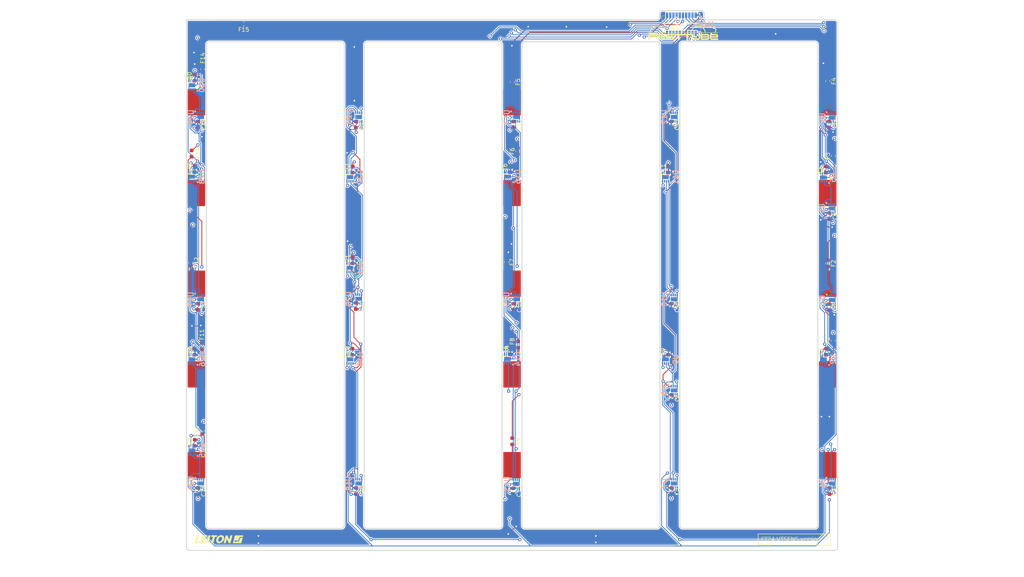
<source format=kicad_pcb>
(kicad_pcb (version 20221018) (generator pcbnew)

  (general
    (thickness 1.6)
  )

  (paper "A4")
  (layers
    (0 "F.Cu" signal)
    (1 "In1.Cu" signal)
    (2 "In2.Cu" signal)
    (31 "B.Cu" signal)
    (32 "B.Adhes" user "B.Adhesive")
    (33 "F.Adhes" user "F.Adhesive")
    (34 "B.Paste" user)
    (35 "F.Paste" user)
    (36 "B.SilkS" user "B.Silkscreen")
    (37 "F.SilkS" user "F.Silkscreen")
    (38 "B.Mask" user)
    (39 "F.Mask" user)
    (40 "Dwgs.User" user "User.Drawings")
    (41 "Cmts.User" user "User.Comments")
    (42 "Eco1.User" user "User.Eco1")
    (43 "Eco2.User" user "User.Eco2")
    (44 "Edge.Cuts" user)
    (45 "Margin" user)
    (46 "B.CrtYd" user "B.Courtyard")
    (47 "F.CrtYd" user "F.Courtyard")
    (48 "B.Fab" user)
    (49 "F.Fab" user)
    (50 "User.1" user)
    (51 "User.2" user)
    (52 "User.3" user)
    (53 "User.4" user)
    (54 "User.5" user)
    (55 "User.6" user)
    (56 "User.7" user)
    (57 "User.8" user)
    (58 "User.9" user)
  )

  (setup
    (stackup
      (layer "F.SilkS" (type "Top Silk Screen"))
      (layer "F.Paste" (type "Top Solder Paste"))
      (layer "F.Mask" (type "Top Solder Mask") (thickness 0.01))
      (layer "F.Cu" (type "copper") (thickness 0.035))
      (layer "dielectric 1" (type "prepreg") (thickness 0.1) (material "FR4") (epsilon_r 4.5) (loss_tangent 0.02))
      (layer "In1.Cu" (type "copper") (thickness 0.035))
      (layer "dielectric 2" (type "core") (thickness 1.24) (material "FR4") (epsilon_r 4.5) (loss_tangent 0.02))
      (layer "In2.Cu" (type "copper") (thickness 0.035))
      (layer "dielectric 3" (type "prepreg") (thickness 0.1) (material "FR4") (epsilon_r 4.5) (loss_tangent 0.02))
      (layer "B.Cu" (type "copper") (thickness 0.035))
      (layer "B.Mask" (type "Bottom Solder Mask") (thickness 0.01))
      (layer "B.Paste" (type "Bottom Solder Paste"))
      (layer "B.SilkS" (type "Bottom Silk Screen"))
      (copper_finish "None")
      (dielectric_constraints no)
    )
    (pad_to_mask_clearance 0)
    (aux_axis_origin 65.21967 24.96967)
    (pcbplotparams
      (layerselection 0x00010fc_ffffffff)
      (plot_on_all_layers_selection 0x0000000_00000000)
      (disableapertmacros false)
      (usegerberextensions false)
      (usegerberattributes true)
      (usegerberadvancedattributes true)
      (creategerberjobfile true)
      (dashed_line_dash_ratio 12.000000)
      (dashed_line_gap_ratio 3.000000)
      (svgprecision 4)
      (plotframeref false)
      (viasonmask false)
      (mode 1)
      (useauxorigin false)
      (hpglpennumber 1)
      (hpglpenspeed 20)
      (hpglpendiameter 15.000000)
      (dxfpolygonmode true)
      (dxfimperialunits true)
      (dxfusepcbnewfont true)
      (psnegative false)
      (psa4output false)
      (plotreference true)
      (plotvalue true)
      (plotinvisibletext false)
      (sketchpadsonfab false)
      (subtractmaskfromsilk false)
      (outputformat 1)
      (mirror false)
      (drillshape 0)
      (scaleselection 1)
      (outputdirectory "Gerber")
    )
  )

  (net 0 "")
  (net 1 "+5C")
  (net 2 "GND1")
  (net 3 "unconnected-(U1-ALERT-Pad3)")
  (net 4 "unconnected-(U2-ALERT-Pad3)")
  (net 5 "unconnected-(U3-ALERT-Pad3)")
  (net 6 "unconnected-(U4-ALERT-Pad3)")
  (net 7 "unconnected-(U5-ALERT-Pad3)")
  (net 8 "unconnected-(U6-ALERT-Pad3)")
  (net 9 "unconnected-(U7-ALERT-Pad3)")
  (net 10 "unconnected-(U8-ALERT-Pad3)")
  (net 11 "unconnected-(U9-ALERT-Pad3)")
  (net 12 "unconnected-(U10-ALERT-Pad3)")
  (net 13 "unconnected-(U11-ALERT-Pad3)")
  (net 14 "unconnected-(U12-ALERT-Pad3)")
  (net 15 "unconnected-(U13-ALERT-Pad3)")
  (net 16 "unconnected-(U14-ALERT-Pad3)")
  (net 17 "unconnected-(U15-ALERT-Pad3)")
  (net 18 "unconnected-(U16-ALERT-Pad3)")
  (net 19 "unconnected-(U17-ALERT-Pad3)")
  (net 20 "unconnected-(U18-ALERT-Pad3)")
  (net 21 "unconnected-(U19-ALERT-Pad3)")
  (net 22 "unconnected-(U20-ALERT-Pad3)")
  (net 23 "unconnected-(U21-ALERT-Pad3)")
  (net 24 "unconnected-(U22-ALERT-Pad3)")
  (net 25 "unconnected-(U23-ALERT-Pad3)")
  (net 26 "unconnected-(U24-ALERT-Pad3)")
  (net 27 "unconnected-(U25-ALERT-Pad3)")
  (net 28 "unconnected-(U26-ALERT-Pad3)")
  (net 29 "unconnected-(U27-ALERT-Pad3)")
  (net 30 "unconnected-(U28-ALERT-Pad3)")
  (net 31 "unconnected-(U29-ALERT-Pad3)")
  (net 32 "unconnected-(U30-ALERT-Pad3)")
  (net 33 "Net-(J10-Pin_19)")
  (net 34 "Net-(J10-Pin_3)")
  (net 35 "Net-(J10-Pin_4)")
  (net 36 "Net-(J10-Pin_20)")
  (net 37 "Net-(J10-Pin_6)")
  (net 38 "Net-(J10-Pin_7)")
  (net 39 "Net-(J10-Pin_8)")
  (net 40 "Net-(J10-Pin_9)")
  (net 41 "Net-(J10-Pin_10)")
  (net 42 "Net-(J10-Pin_11)")
  (net 43 "Net-(J10-Pin_12)")
  (net 44 "Net-(J10-Pin_13)")
  (net 45 "Net-(J10-Pin_14)")
  (net 46 "Net-(J10-Pin_15)")
  (net 47 "Net-(J10-Pin_16)")
  (net 48 "Net-(J10-Pin_17)")
  (net 49 "Net-(J10-Pin_18)")
  (net 50 "Net-(J2-Pin_1)")
  (net 51 "Net-(J3-Pin_1)")
  (net 52 "Net-(J4-Pin_1)")
  (net 53 "Net-(J5-Pin_1)")
  (net 54 "Net-(J6-Pin_1)")
  (net 55 "Net-(J7-Pin_1)")
  (net 56 "Net-(J8-Pin_1)")
  (net 57 "Net-(J9-Pin_1)")
  (net 58 "Net-(J11-Pin_1)")
  (net 59 "Net-(J12-Pin_1)")
  (net 60 "Net-(J13-Pin_1)")
  (net 61 "Net-(J14-Pin_1)")
  (net 62 "Net-(J15-Pin_1)")
  (net 63 "Net-(J16-Pin_1)")
  (net 64 "Net-(J17-Pin_1)")

  (footprint "Fuse:Fuse_0603_1608Metric" (layer "F.Cu") (at 66.3 86 -90))

  (footprint "Capacitor_SMD:C_0603_1608Metric" (layer "F.Cu") (at 67.3 131.3 90))

  (footprint "Capacitor_SMD:C_0603_1608Metric" (layer "F.Cu") (at 187.1 51.3 -90))

  (footprint "Capacitor_SMD:C_0603_1608Metric" (layer "F.Cu") (at 186.3 108.4 90))

  (footprint "Capacitor_SMD:C_0603_1608Metric" (layer "F.Cu") (at 187.1 97.1 -90))

  (footprint "VTSENS:Baby_ST_Bond_Pad" (layer "F.Cu") (at 67.75 45.75))

  (footprint "Capacitor_SMD:C_0603_1608Metric" (layer "F.Cu") (at 107 62.6 90))

  (footprint "VTSENS:Baby_ST_Bond_Pad" (layer "F.Cu") (at 226.4 45.6))

  (footprint "Capacitor_SMD:C_0603_1608Metric" (layer "F.Cu") (at 226.8 143.4 -90))

  (footprint "Capacitor_SMD:C_0603_1608Metric" (layer "F.Cu") (at 226.7 51.3 -90))

  (footprint "Fuse:Fuse_0603_1608Metric" (layer "F.Cu") (at 148.6 106.6 -90))

  (footprint "Capacitor_SMD:C_0603_1608Metric" (layer "F.Cu") (at 226.7 97.2 -90))

  (footprint "Capacitor_SMD:C_0603_1608Metric" (layer "F.Cu") (at 107 85.4 90))

  (footprint "VTSENS:Baby_ST_Bond_Pad" (layer "F.Cu") (at 67.9 136.9))

  (footprint "VTSENS:Baby_ST_Bond_Pad" (layer "F.Cu") (at 147.1 136.9))

  (footprint "Fuse:Fuse_0603_1608Metric" (layer "F.Cu") (at 226.4 40.4 -90))

  (footprint "Capacitor_SMD:C_0603_1608Metric" (layer "F.Cu") (at 68.1 51.3 -90))

  (footprint "Capacitor_SMD:C_0603_1608Metric" (layer "F.Cu") (at 187.1 120 -90))

  (footprint "Capacitor_SMD:C_0603_1608Metric" (layer "F.Cu") (at 107.8 51.3 -90))

  (footprint "VTSENS:Baby_ST_Bond_Pad" (layer "F.Cu") (at 147 68.6))

  (footprint "Capacitor_SMD:C_0603_1608Metric" (layer "F.Cu") (at 107.8 96.9 -90))

  (footprint "FaSTTUBe_logos:FTLogo_small" (layer "F.Cu") (at 190 27))

  (footprint "VTSENS:Baby_ST_Bond_Pad" (layer "F.Cu") (at 67.7 114.2))

  (footprint "VTSENS:Baby_ST_Bond_Pad" (layer "F.Cu") (at 147.1 114.1))

  (footprint "Capacitor_SMD:C_0603_1608Metric" (layer "F.Cu") (at 147.3 143.5 -90))

  (footprint "Capacitor_SMD:C_0603_1608Metric" (layer "F.Cu") (at 107.8 143.4 -90))

  (footprint "Capacitor_SMD:C_0603_1608Metric" (layer "F.Cu") (at 147.4 51.3 -90))

  (footprint "Fuse:Fuse_0603_1608Metric" (layer "F.Cu") (at 79.6 26 180))

  (footprint "VTSENS:Baby_ST_Bond_Pad" (layer "F.Cu") (at 67.7 91.4))

  (footprint "Fuse:Fuse_0603_1608Metric" (layer "F.Cu") (at 145.6 85.9 -90))

  (footprint "Fuse:Fuse_0603_1608Metric" (layer "F.Cu") (at 69.2 128.3 -90))

  (footprint "Fuse:Fuse_0603_1608Metric" (layer "F.Cu") (at 148.5 58 -90))

  (footprint "VTSENS:Baby_ST_Bond_Pad" (layer "F.Cu") (at 226.4 91.3))

  (footprint "VTSENS:Baby_ST_Bond_Pad" (layer "F.Cu") (at 74.4 27.9))

  (footprint "Fuse:Fuse_0603_1608Metric" (layer "F.Cu") (at 227.8 59.2125 -90))

  (footprint "VTSENS:Baby_ST_Bond_Pad" (layer "F.Cu") (at 67.7 68.4))

  (footprint "VTSENS:Baby_ST_Bond_Pad" (layer "F.Cu") (at 226.5 137))

  (footprint "Capacitor_SMD:C_0603_1608Metric" (layer "F.Cu") (at 226 62.6 90))

  (footprint "Capacitor_SMD:C_0603_1608Metric" (layer "F.Cu") (at 226.8 74.3 -90))

  (footprint "Capacitor_SMD:C_0603_1608Metric" (layer "F.Cu") (at 68.1 97.1 -90))

  (footprint "Capacitor_SMD:C_0603_1608Metric" (layer "F.Cu") (at 226 108.4 90))

  (footprint "Fuse:Fuse_0603_1608Metric" (layer "F.Cu") (at 227.8 105.6 -90))

  (footprint "Fuse:Fuse_0603_1608Metric" (layer "F.Cu") (at 69.1 107 -90))

  (footprint "Capacitor_SMD:C_0603_1608Metric" (layer "F.Cu") (at 186.3 62.6 90))

  (footprint "Fuse:Fuse_0603_1608Metric" (layer "F.Cu") (at 147.1 130.9 -90))

  (footprint "Capacitor_SMD:C_0603_1608Metric" (layer "F.Cu") (at 187.1 143.4 -90))

  (footprint "Fuse:Fuse_0603_1608Metric" (layer "F.Cu") (at 147.1 40.6125 -90))

  (footprint "Fuse:Fuse_0603_1608Metric" (layer "F.Cu") (at 226.4 86.2 -90))

  (footprint "Capacitor_SMD:C_0603_1608Metric" (layer "F.Cu") (at 68.1 143.4 -90))

  (footprint "VTSENS:Baby_ST_Bond_Pad" (layer "F.Cu") (at 226.5 114.1))

  (footprint "Capacitor_SMD:C_0603_1608Metric" (layer "F.Cu") (at 147.5 97.1 -90))

  (footprint "Capacitor_SMD:C_0603_1608Metric" (layer "F.Cu")
    (tstamp bf4cff89-1f81-4f63-ace0-ab2f92003726)
    (at 67.3 108.4 90)
    (descr "Capacitor SMD 0603 (1608 Metric), square (rectangular) end terminal, IPC_7351 nominal, (Body size source: IPC-SM-782 page 76, https://www.pcb-3d.com/wordpress/wp-content/uploads/ipc-sm-782a_amendment_1_and_2.pdf), generated with kicad-footprint-generator")
    (tags "capacitor")
    (property "Sheetfile" "FT24-AMS-Slave_v1-VTSENS.kicad_sch")
    (property "Sheetname" "")
    (property "ki_description" "Unpolarized capacitor")
    (property "ki_keywords" "cap capacitor")
    (path "/359073e0-6ee3-4790-90fd-71c2d1a91df8")
    (attr smd)
    (fp_text reference "C26" (at 0 -1.3 90) (layer "F.SilkS")
        (effects (font (size 1 1) (thickness 0.15)))
      (tstamp 33f2d1c4-c9b1-46f3-8ec8-b54bd904bc16)
    )
    (fp_text value "10n" (at 0 1.43 90) (layer "F.Fab")
        (effects (font (size 1 1) (thickness 0.15)))
      (t
... [3141169 chars truncated]
</source>
